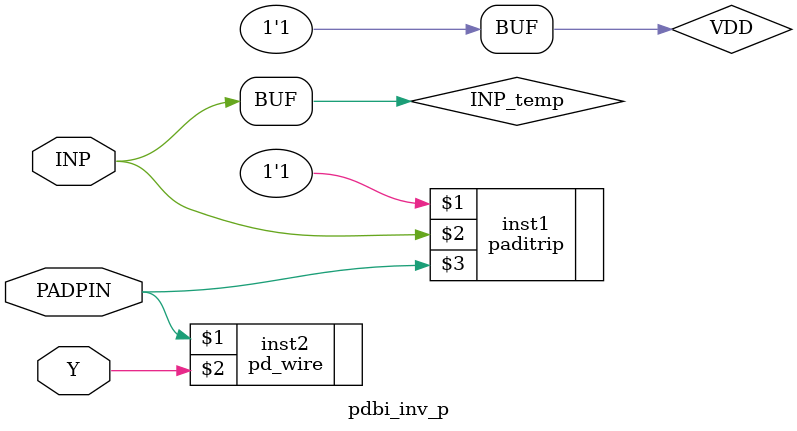
<source format=v>
module pdbi_inv_p(INP,PADPIN,Y);
  parameter YPITCH = "4MA";
  parameter SLIM_FLAG = 0;
  parameter
        d_INP_r = 0,
        d_INP_f = 0,
        d_PADPIN_r = 1,
        d_PADPIN_f = 1,
        d_Y_r = 1,
        d_Y_f = 1;
  input  INP;
  inout  PADPIN;
  inout  Y;
  wire  INP_temp;
  wire  PADPIN_temp;
  wire  Y_temp;
  supply1  VDD;
  assign #(d_INP_r,d_INP_f) INP_temp = INP;
  pd_wire inst2 (PADPIN,Y);
  paditrip #(0,0) inst1 (VDD,INP_temp,PADPIN);
endmodule

</source>
